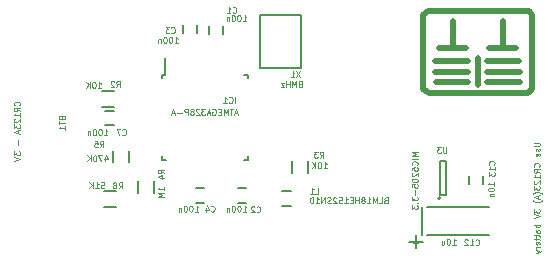
<source format=gbo>
G04 #@! TF.FileFunction,Legend,Bot*
%FSLAX46Y46*%
G04 Gerber Fmt 4.6, Leading zero omitted, Abs format (unit mm)*
G04 Created by KiCad (PCBNEW 4.0.4+e1-6308~48~ubuntu16.04.1-stable) date Thu Sep 15 14:49:55 2016*
%MOMM*%
%LPD*%
G01*
G04 APERTURE LIST*
%ADD10C,0.100000*%
%ADD11C,0.125000*%
%ADD12C,0.150000*%
%ADD13C,0.500000*%
%ADD14C,2.200000*%
%ADD15R,2.540000X2.540000*%
%ADD16C,2.540000*%
%ADD17R,0.750000X1.200000*%
%ADD18R,1.200000X0.750000*%
%ADD19R,0.550000X1.600000*%
%ADD20R,1.600000X0.550000*%
%ADD21R,1.200000X0.900000*%
%ADD22R,0.900000X1.200000*%
%ADD23R,3.000000X0.800000*%
%ADD24C,1.998980*%
%ADD25R,1.727200X1.727200*%
%ADD26O,1.727200X1.727200*%
%ADD27R,2.148840X1.501140*%
%ADD28R,1.060000X0.650000*%
%ADD29R,1.350000X1.350000*%
%ADD30C,1.350000*%
%ADD31R,1.727200X2.032000*%
%ADD32O,1.727200X2.032000*%
G04 APERTURE END LIST*
D10*
D11*
X145204690Y-89527646D02*
X145609452Y-89527646D01*
X145657071Y-89551455D01*
X145680881Y-89575265D01*
X145704690Y-89622884D01*
X145704690Y-89718122D01*
X145680881Y-89765741D01*
X145657071Y-89789550D01*
X145609452Y-89813360D01*
X145204690Y-89813360D01*
X145680881Y-90027646D02*
X145704690Y-90075265D01*
X145704690Y-90170503D01*
X145680881Y-90218122D01*
X145633262Y-90241932D01*
X145609452Y-90241932D01*
X145561833Y-90218122D01*
X145538024Y-90170503D01*
X145538024Y-90099075D01*
X145514214Y-90051456D01*
X145466595Y-90027646D01*
X145442786Y-90027646D01*
X145395167Y-90051456D01*
X145371357Y-90099075D01*
X145371357Y-90170503D01*
X145395167Y-90218122D01*
X145680881Y-90646694D02*
X145704690Y-90599075D01*
X145704690Y-90503837D01*
X145680881Y-90456218D01*
X145633262Y-90432408D01*
X145442786Y-90432408D01*
X145395167Y-90456218D01*
X145371357Y-90503837D01*
X145371357Y-90599075D01*
X145395167Y-90646694D01*
X145442786Y-90670503D01*
X145490405Y-90670503D01*
X145538024Y-90432408D01*
X145657071Y-91551455D02*
X145680881Y-91527645D01*
X145704690Y-91456217D01*
X145704690Y-91408598D01*
X145680881Y-91337169D01*
X145633262Y-91289550D01*
X145585643Y-91265741D01*
X145490405Y-91241931D01*
X145418976Y-91241931D01*
X145323738Y-91265741D01*
X145276119Y-91289550D01*
X145228500Y-91337169D01*
X145204690Y-91408598D01*
X145204690Y-91456217D01*
X145228500Y-91527645D01*
X145252310Y-91551455D01*
X145704690Y-92051455D02*
X145466595Y-91884788D01*
X145704690Y-91765741D02*
X145204690Y-91765741D01*
X145204690Y-91956217D01*
X145228500Y-92003836D01*
X145252310Y-92027645D01*
X145299929Y-92051455D01*
X145371357Y-92051455D01*
X145418976Y-92027645D01*
X145442786Y-92003836D01*
X145466595Y-91956217D01*
X145466595Y-91765741D01*
X145704690Y-92527645D02*
X145704690Y-92241931D01*
X145704690Y-92384788D02*
X145204690Y-92384788D01*
X145276119Y-92337169D01*
X145323738Y-92289550D01*
X145347548Y-92241931D01*
X145252310Y-92718121D02*
X145228500Y-92741931D01*
X145204690Y-92789550D01*
X145204690Y-92908597D01*
X145228500Y-92956216D01*
X145252310Y-92980026D01*
X145299929Y-93003835D01*
X145347548Y-93003835D01*
X145418976Y-92980026D01*
X145704690Y-92694312D01*
X145704690Y-93003835D01*
X145204690Y-93170502D02*
X145204690Y-93480025D01*
X145395167Y-93313359D01*
X145395167Y-93384787D01*
X145418976Y-93432406D01*
X145442786Y-93456216D01*
X145490405Y-93480025D01*
X145609452Y-93480025D01*
X145657071Y-93456216D01*
X145680881Y-93432406D01*
X145704690Y-93384787D01*
X145704690Y-93241930D01*
X145680881Y-93194311D01*
X145657071Y-93170502D01*
X145895167Y-93837168D02*
X145871357Y-93813358D01*
X145799929Y-93765739D01*
X145752310Y-93741930D01*
X145680881Y-93718120D01*
X145561833Y-93694311D01*
X145466595Y-93694311D01*
X145347548Y-93718120D01*
X145276119Y-93741930D01*
X145228500Y-93765739D01*
X145157071Y-93813358D01*
X145133262Y-93837168D01*
X145561833Y-94003834D02*
X145561833Y-94241929D01*
X145704690Y-93956215D02*
X145204690Y-94122882D01*
X145704690Y-94289548D01*
X145895167Y-94408596D02*
X145871357Y-94432405D01*
X145799929Y-94480024D01*
X145752310Y-94503834D01*
X145680881Y-94527643D01*
X145561833Y-94551453D01*
X145466595Y-94551453D01*
X145347548Y-94527643D01*
X145276119Y-94503834D01*
X145228500Y-94480024D01*
X145157071Y-94432405D01*
X145133262Y-94408596D01*
X145204690Y-95122881D02*
X145204690Y-95432404D01*
X145395167Y-95265738D01*
X145395167Y-95337166D01*
X145418976Y-95384785D01*
X145442786Y-95408595D01*
X145490405Y-95432404D01*
X145609452Y-95432404D01*
X145657071Y-95408595D01*
X145680881Y-95384785D01*
X145704690Y-95337166D01*
X145704690Y-95194309D01*
X145680881Y-95146690D01*
X145657071Y-95122881D01*
X145204690Y-95575261D02*
X145704690Y-95741928D01*
X145204690Y-95908594D01*
X145704690Y-96456213D02*
X145204690Y-96456213D01*
X145395167Y-96456213D02*
X145371357Y-96503832D01*
X145371357Y-96599070D01*
X145395167Y-96646689D01*
X145418976Y-96670498D01*
X145466595Y-96694308D01*
X145609452Y-96694308D01*
X145657071Y-96670498D01*
X145680881Y-96646689D01*
X145704690Y-96599070D01*
X145704690Y-96503832D01*
X145680881Y-96456213D01*
X145704690Y-97122879D02*
X145442786Y-97122879D01*
X145395167Y-97099070D01*
X145371357Y-97051451D01*
X145371357Y-96956213D01*
X145395167Y-96908594D01*
X145680881Y-97122879D02*
X145704690Y-97075260D01*
X145704690Y-96956213D01*
X145680881Y-96908594D01*
X145633262Y-96884784D01*
X145585643Y-96884784D01*
X145538024Y-96908594D01*
X145514214Y-96956213D01*
X145514214Y-97075260D01*
X145490405Y-97122879D01*
X145371357Y-97289546D02*
X145371357Y-97480022D01*
X145204690Y-97360975D02*
X145633262Y-97360975D01*
X145680881Y-97384784D01*
X145704690Y-97432403D01*
X145704690Y-97480022D01*
X145371357Y-97575260D02*
X145371357Y-97765736D01*
X145204690Y-97646689D02*
X145633262Y-97646689D01*
X145680881Y-97670498D01*
X145704690Y-97718117D01*
X145704690Y-97765736D01*
X145680881Y-98122879D02*
X145704690Y-98075260D01*
X145704690Y-97980022D01*
X145680881Y-97932403D01*
X145633262Y-97908593D01*
X145442786Y-97908593D01*
X145395167Y-97932403D01*
X145371357Y-97980022D01*
X145371357Y-98075260D01*
X145395167Y-98122879D01*
X145442786Y-98146688D01*
X145490405Y-98146688D01*
X145538024Y-97908593D01*
X145704690Y-98360974D02*
X145371357Y-98360974D01*
X145466595Y-98360974D02*
X145418976Y-98384783D01*
X145395167Y-98408593D01*
X145371357Y-98456212D01*
X145371357Y-98503831D01*
X145371357Y-98622879D02*
X145704690Y-98741926D01*
X145371357Y-98860974D02*
X145704690Y-98741926D01*
X145823738Y-98694307D01*
X145847548Y-98670498D01*
X145871357Y-98622879D01*
D12*
X118900500Y-80296500D02*
X118900500Y-79596500D01*
X117700500Y-79596500D02*
X117700500Y-80296500D01*
X120873000Y-93380000D02*
X120173000Y-93380000D01*
X120173000Y-94580000D02*
X120873000Y-94580000D01*
X115478000Y-79533000D02*
X115478000Y-80233000D01*
X116678000Y-80233000D02*
X116678000Y-79533000D01*
X116614500Y-94580000D02*
X117314500Y-94580000D01*
X117314500Y-93380000D02*
X116614500Y-93380000D01*
X108933500Y-88039500D02*
X109633500Y-88039500D01*
X109633500Y-86839500D02*
X108933500Y-86839500D01*
X113723000Y-83751000D02*
X113948000Y-83751000D01*
X113723000Y-91001000D02*
X114048000Y-91001000D01*
X120973000Y-91001000D02*
X120648000Y-91001000D01*
X120973000Y-83751000D02*
X120648000Y-83751000D01*
X113723000Y-83751000D02*
X113723000Y-84076000D01*
X120973000Y-83751000D02*
X120973000Y-84076000D01*
X120973000Y-91001000D02*
X120973000Y-90676000D01*
X113723000Y-91001000D02*
X113723000Y-90676000D01*
X113948000Y-83751000D02*
X113948000Y-82326000D01*
X124619500Y-93634000D02*
X123919500Y-93634000D01*
X123919500Y-94834000D02*
X124619500Y-94834000D01*
X109656500Y-85113500D02*
X108656500Y-85113500D01*
X108656500Y-86463500D02*
X109656500Y-86463500D01*
X126087500Y-92046500D02*
X126087500Y-91046500D01*
X124737500Y-91046500D02*
X124737500Y-92046500D01*
X113070000Y-93781500D02*
X113070000Y-92781500D01*
X111720000Y-92781500D02*
X111720000Y-93781500D01*
X110911000Y-91178000D02*
X110911000Y-90178000D01*
X109561000Y-90178000D02*
X109561000Y-91178000D01*
X122062215Y-83212500D02*
X125461500Y-83212500D01*
X125461500Y-83212500D02*
X125461500Y-78712500D01*
X125461500Y-78712500D02*
X122061500Y-78712500D01*
X122061500Y-78712500D02*
X122061500Y-83210400D01*
X136210040Y-94940120D02*
X141411960Y-94940120D01*
X141411960Y-97337880D02*
X136210040Y-97337880D01*
X135211820Y-98437700D02*
X135211820Y-97337880D01*
X134612380Y-97937320D02*
X135811260Y-97937320D01*
X135714740Y-97337880D02*
X135714740Y-94940120D01*
X139735000Y-92296500D02*
X139735000Y-92996500D01*
X140935000Y-92996500D02*
X140935000Y-92296500D01*
X137298000Y-94217000D02*
G75*
G03X137298000Y-94217000I-100000J0D01*
G01*
X137748000Y-93967000D02*
X137248000Y-93967000D01*
X137748000Y-91067000D02*
X137748000Y-93967000D01*
X137248000Y-91067000D02*
X137748000Y-91067000D01*
X137248000Y-93967000D02*
X137248000Y-91067000D01*
X109847000Y-93622500D02*
X108847000Y-93622500D01*
X108847000Y-94972500D02*
X109847000Y-94972500D01*
X139674600Y-84353400D02*
X139674600Y-84353400D01*
D13*
X136906000Y-84353400D02*
X139674600Y-84353400D01*
X135864600Y-84963000D02*
X136296400Y-85318600D01*
X136296400Y-85318600D02*
X144653000Y-85318600D01*
X135864600Y-78816200D02*
X135864600Y-84937600D01*
X136220200Y-78384400D02*
X135864600Y-78740000D01*
X144780000Y-78384400D02*
X136220200Y-78384400D01*
X145084800Y-78689200D02*
X144780000Y-78384400D01*
X145084800Y-84937600D02*
X145084800Y-78689200D01*
X144703800Y-85318600D02*
X145084800Y-84937600D01*
X136880600Y-83489800D02*
X139649200Y-83489800D01*
X136855200Y-82626200D02*
X139623800Y-82626200D01*
X141274800Y-84353400D02*
X144043400Y-84353400D01*
X141249400Y-83489800D02*
X144018000Y-83489800D01*
X141224000Y-82626200D02*
X143992600Y-82626200D01*
D12*
X144043400Y-84353400D02*
X144043400Y-84353400D01*
D13*
X140462000Y-82321400D02*
X140462000Y-84590000D01*
X139479400Y-81457800D02*
X137210800Y-81457800D01*
X138328400Y-81457800D02*
X138328400Y-79189200D01*
X142570200Y-81457800D02*
X142570200Y-79189200D01*
X143721200Y-81457800D02*
X141452600Y-81457800D01*
D11*
X105247286Y-87427643D02*
X105271095Y-87499072D01*
X105294905Y-87522881D01*
X105342524Y-87546691D01*
X105413952Y-87546691D01*
X105461571Y-87522881D01*
X105485381Y-87499072D01*
X105509190Y-87451453D01*
X105509190Y-87260977D01*
X105009190Y-87260977D01*
X105009190Y-87427643D01*
X105033000Y-87475262D01*
X105056810Y-87499072D01*
X105104429Y-87522881D01*
X105152048Y-87522881D01*
X105199667Y-87499072D01*
X105223476Y-87475262D01*
X105247286Y-87427643D01*
X105247286Y-87260977D01*
X105009190Y-87689548D02*
X105009190Y-87975262D01*
X105509190Y-87832405D02*
X105009190Y-87832405D01*
X105509190Y-88403833D02*
X105509190Y-88118119D01*
X105509190Y-88260976D02*
X105009190Y-88260976D01*
X105080619Y-88213357D01*
X105128238Y-88165738D01*
X105152048Y-88118119D01*
X101651571Y-86352335D02*
X101675381Y-86328525D01*
X101699190Y-86257097D01*
X101699190Y-86209478D01*
X101675381Y-86138049D01*
X101627762Y-86090430D01*
X101580143Y-86066621D01*
X101484905Y-86042811D01*
X101413476Y-86042811D01*
X101318238Y-86066621D01*
X101270619Y-86090430D01*
X101223000Y-86138049D01*
X101199190Y-86209478D01*
X101199190Y-86257097D01*
X101223000Y-86328525D01*
X101246810Y-86352335D01*
X101699190Y-86852335D02*
X101461095Y-86685668D01*
X101699190Y-86566621D02*
X101199190Y-86566621D01*
X101199190Y-86757097D01*
X101223000Y-86804716D01*
X101246810Y-86828525D01*
X101294429Y-86852335D01*
X101365857Y-86852335D01*
X101413476Y-86828525D01*
X101437286Y-86804716D01*
X101461095Y-86757097D01*
X101461095Y-86566621D01*
X101699190Y-87328525D02*
X101699190Y-87042811D01*
X101699190Y-87185668D02*
X101199190Y-87185668D01*
X101270619Y-87138049D01*
X101318238Y-87090430D01*
X101342048Y-87042811D01*
X101246810Y-87519001D02*
X101223000Y-87542811D01*
X101199190Y-87590430D01*
X101199190Y-87709477D01*
X101223000Y-87757096D01*
X101246810Y-87780906D01*
X101294429Y-87804715D01*
X101342048Y-87804715D01*
X101413476Y-87780906D01*
X101699190Y-87495192D01*
X101699190Y-87804715D01*
X101199190Y-87971382D02*
X101199190Y-88280905D01*
X101389667Y-88114239D01*
X101389667Y-88185667D01*
X101413476Y-88233286D01*
X101437286Y-88257096D01*
X101484905Y-88280905D01*
X101603952Y-88280905D01*
X101651571Y-88257096D01*
X101675381Y-88233286D01*
X101699190Y-88185667D01*
X101699190Y-88042810D01*
X101675381Y-87995191D01*
X101651571Y-87971382D01*
X101556333Y-88471381D02*
X101556333Y-88709476D01*
X101699190Y-88423762D02*
X101199190Y-88590429D01*
X101699190Y-88757095D01*
X101508714Y-89304714D02*
X101508714Y-89685666D01*
X101199190Y-90257095D02*
X101199190Y-90566618D01*
X101389667Y-90399952D01*
X101389667Y-90471380D01*
X101413476Y-90518999D01*
X101437286Y-90542809D01*
X101484905Y-90566618D01*
X101603952Y-90566618D01*
X101651571Y-90542809D01*
X101675381Y-90518999D01*
X101699190Y-90471380D01*
X101699190Y-90328523D01*
X101675381Y-90280904D01*
X101651571Y-90257095D01*
X101199190Y-90709475D02*
X101699190Y-90876142D01*
X101199190Y-91042808D01*
X119717333Y-78474071D02*
X119741143Y-78497881D01*
X119812571Y-78521690D01*
X119860190Y-78521690D01*
X119931619Y-78497881D01*
X119979238Y-78450262D01*
X120003047Y-78402643D01*
X120026857Y-78307405D01*
X120026857Y-78235976D01*
X120003047Y-78140738D01*
X119979238Y-78093119D01*
X119931619Y-78045500D01*
X119860190Y-78021690D01*
X119812571Y-78021690D01*
X119741143Y-78045500D01*
X119717333Y-78069310D01*
X119241143Y-78521690D02*
X119526857Y-78521690D01*
X119384000Y-78521690D02*
X119384000Y-78021690D01*
X119431619Y-78093119D01*
X119479238Y-78140738D01*
X119526857Y-78164548D01*
X120574523Y-79220190D02*
X120860237Y-79220190D01*
X120717380Y-79220190D02*
X120717380Y-78720190D01*
X120764999Y-78791619D01*
X120812618Y-78839238D01*
X120860237Y-78863048D01*
X120264999Y-78720190D02*
X120217380Y-78720190D01*
X120169761Y-78744000D01*
X120145952Y-78767810D01*
X120122142Y-78815429D01*
X120098333Y-78910667D01*
X120098333Y-79029714D01*
X120122142Y-79124952D01*
X120145952Y-79172571D01*
X120169761Y-79196381D01*
X120217380Y-79220190D01*
X120264999Y-79220190D01*
X120312618Y-79196381D01*
X120336428Y-79172571D01*
X120360237Y-79124952D01*
X120384047Y-79029714D01*
X120384047Y-78910667D01*
X120360237Y-78815429D01*
X120336428Y-78767810D01*
X120312618Y-78744000D01*
X120264999Y-78720190D01*
X119788809Y-78720190D02*
X119741190Y-78720190D01*
X119693571Y-78744000D01*
X119669762Y-78767810D01*
X119645952Y-78815429D01*
X119622143Y-78910667D01*
X119622143Y-79029714D01*
X119645952Y-79124952D01*
X119669762Y-79172571D01*
X119693571Y-79196381D01*
X119741190Y-79220190D01*
X119788809Y-79220190D01*
X119836428Y-79196381D01*
X119860238Y-79172571D01*
X119884047Y-79124952D01*
X119907857Y-79029714D01*
X119907857Y-78910667D01*
X119884047Y-78815429D01*
X119860238Y-78767810D01*
X119836428Y-78744000D01*
X119788809Y-78720190D01*
X119407857Y-78886857D02*
X119407857Y-79220190D01*
X119407857Y-78934476D02*
X119384048Y-78910667D01*
X119336429Y-78886857D01*
X119265000Y-78886857D01*
X119217381Y-78910667D01*
X119193572Y-78958286D01*
X119193572Y-79220190D01*
X121751833Y-95365071D02*
X121775643Y-95388881D01*
X121847071Y-95412690D01*
X121894690Y-95412690D01*
X121966119Y-95388881D01*
X122013738Y-95341262D01*
X122037547Y-95293643D01*
X122061357Y-95198405D01*
X122061357Y-95126976D01*
X122037547Y-95031738D01*
X122013738Y-94984119D01*
X121966119Y-94936500D01*
X121894690Y-94912690D01*
X121847071Y-94912690D01*
X121775643Y-94936500D01*
X121751833Y-94960310D01*
X121561357Y-94960310D02*
X121537547Y-94936500D01*
X121489928Y-94912690D01*
X121370881Y-94912690D01*
X121323262Y-94936500D01*
X121299452Y-94960310D01*
X121275643Y-95007929D01*
X121275643Y-95055548D01*
X121299452Y-95126976D01*
X121585166Y-95412690D01*
X121275643Y-95412690D01*
X120577023Y-95349190D02*
X120862737Y-95349190D01*
X120719880Y-95349190D02*
X120719880Y-94849190D01*
X120767499Y-94920619D01*
X120815118Y-94968238D01*
X120862737Y-94992048D01*
X120267499Y-94849190D02*
X120219880Y-94849190D01*
X120172261Y-94873000D01*
X120148452Y-94896810D01*
X120124642Y-94944429D01*
X120100833Y-95039667D01*
X120100833Y-95158714D01*
X120124642Y-95253952D01*
X120148452Y-95301571D01*
X120172261Y-95325381D01*
X120219880Y-95349190D01*
X120267499Y-95349190D01*
X120315118Y-95325381D01*
X120338928Y-95301571D01*
X120362737Y-95253952D01*
X120386547Y-95158714D01*
X120386547Y-95039667D01*
X120362737Y-94944429D01*
X120338928Y-94896810D01*
X120315118Y-94873000D01*
X120267499Y-94849190D01*
X119791309Y-94849190D02*
X119743690Y-94849190D01*
X119696071Y-94873000D01*
X119672262Y-94896810D01*
X119648452Y-94944429D01*
X119624643Y-95039667D01*
X119624643Y-95158714D01*
X119648452Y-95253952D01*
X119672262Y-95301571D01*
X119696071Y-95325381D01*
X119743690Y-95349190D01*
X119791309Y-95349190D01*
X119838928Y-95325381D01*
X119862738Y-95301571D01*
X119886547Y-95253952D01*
X119910357Y-95158714D01*
X119910357Y-95039667D01*
X119886547Y-94944429D01*
X119862738Y-94896810D01*
X119838928Y-94873000D01*
X119791309Y-94849190D01*
X119410357Y-95015857D02*
X119410357Y-95349190D01*
X119410357Y-95063476D02*
X119386548Y-95039667D01*
X119338929Y-95015857D01*
X119267500Y-95015857D01*
X119219881Y-95039667D01*
X119196072Y-95087286D01*
X119196072Y-95349190D01*
X114510333Y-80188571D02*
X114534143Y-80212381D01*
X114605571Y-80236190D01*
X114653190Y-80236190D01*
X114724619Y-80212381D01*
X114772238Y-80164762D01*
X114796047Y-80117143D01*
X114819857Y-80021905D01*
X114819857Y-79950476D01*
X114796047Y-79855238D01*
X114772238Y-79807619D01*
X114724619Y-79760000D01*
X114653190Y-79736190D01*
X114605571Y-79736190D01*
X114534143Y-79760000D01*
X114510333Y-79783810D01*
X114343666Y-79736190D02*
X114034143Y-79736190D01*
X114200809Y-79926667D01*
X114129381Y-79926667D01*
X114081762Y-79950476D01*
X114057952Y-79974286D01*
X114034143Y-80021905D01*
X114034143Y-80140952D01*
X114057952Y-80188571D01*
X114081762Y-80212381D01*
X114129381Y-80236190D01*
X114272238Y-80236190D01*
X114319857Y-80212381D01*
X114343666Y-80188571D01*
X114796023Y-81061690D02*
X115081737Y-81061690D01*
X114938880Y-81061690D02*
X114938880Y-80561690D01*
X114986499Y-80633119D01*
X115034118Y-80680738D01*
X115081737Y-80704548D01*
X114486499Y-80561690D02*
X114438880Y-80561690D01*
X114391261Y-80585500D01*
X114367452Y-80609310D01*
X114343642Y-80656929D01*
X114319833Y-80752167D01*
X114319833Y-80871214D01*
X114343642Y-80966452D01*
X114367452Y-81014071D01*
X114391261Y-81037881D01*
X114438880Y-81061690D01*
X114486499Y-81061690D01*
X114534118Y-81037881D01*
X114557928Y-81014071D01*
X114581737Y-80966452D01*
X114605547Y-80871214D01*
X114605547Y-80752167D01*
X114581737Y-80656929D01*
X114557928Y-80609310D01*
X114534118Y-80585500D01*
X114486499Y-80561690D01*
X114010309Y-80561690D02*
X113962690Y-80561690D01*
X113915071Y-80585500D01*
X113891262Y-80609310D01*
X113867452Y-80656929D01*
X113843643Y-80752167D01*
X113843643Y-80871214D01*
X113867452Y-80966452D01*
X113891262Y-81014071D01*
X113915071Y-81037881D01*
X113962690Y-81061690D01*
X114010309Y-81061690D01*
X114057928Y-81037881D01*
X114081738Y-81014071D01*
X114105547Y-80966452D01*
X114129357Y-80871214D01*
X114129357Y-80752167D01*
X114105547Y-80656929D01*
X114081738Y-80609310D01*
X114057928Y-80585500D01*
X114010309Y-80561690D01*
X113629357Y-80728357D02*
X113629357Y-81061690D01*
X113629357Y-80775976D02*
X113605548Y-80752167D01*
X113557929Y-80728357D01*
X113486500Y-80728357D01*
X113438881Y-80752167D01*
X113415072Y-80799786D01*
X113415072Y-81061690D01*
X117875833Y-95301571D02*
X117899643Y-95325381D01*
X117971071Y-95349190D01*
X118018690Y-95349190D01*
X118090119Y-95325381D01*
X118137738Y-95277762D01*
X118161547Y-95230143D01*
X118185357Y-95134905D01*
X118185357Y-95063476D01*
X118161547Y-94968238D01*
X118137738Y-94920619D01*
X118090119Y-94873000D01*
X118018690Y-94849190D01*
X117971071Y-94849190D01*
X117899643Y-94873000D01*
X117875833Y-94896810D01*
X117447262Y-95015857D02*
X117447262Y-95349190D01*
X117566309Y-94825381D02*
X117685357Y-95182524D01*
X117375833Y-95182524D01*
X116510523Y-95349190D02*
X116796237Y-95349190D01*
X116653380Y-95349190D02*
X116653380Y-94849190D01*
X116700999Y-94920619D01*
X116748618Y-94968238D01*
X116796237Y-94992048D01*
X116200999Y-94849190D02*
X116153380Y-94849190D01*
X116105761Y-94873000D01*
X116081952Y-94896810D01*
X116058142Y-94944429D01*
X116034333Y-95039667D01*
X116034333Y-95158714D01*
X116058142Y-95253952D01*
X116081952Y-95301571D01*
X116105761Y-95325381D01*
X116153380Y-95349190D01*
X116200999Y-95349190D01*
X116248618Y-95325381D01*
X116272428Y-95301571D01*
X116296237Y-95253952D01*
X116320047Y-95158714D01*
X116320047Y-95039667D01*
X116296237Y-94944429D01*
X116272428Y-94896810D01*
X116248618Y-94873000D01*
X116200999Y-94849190D01*
X115724809Y-94849190D02*
X115677190Y-94849190D01*
X115629571Y-94873000D01*
X115605762Y-94896810D01*
X115581952Y-94944429D01*
X115558143Y-95039667D01*
X115558143Y-95158714D01*
X115581952Y-95253952D01*
X115605762Y-95301571D01*
X115629571Y-95325381D01*
X115677190Y-95349190D01*
X115724809Y-95349190D01*
X115772428Y-95325381D01*
X115796238Y-95301571D01*
X115820047Y-95253952D01*
X115843857Y-95158714D01*
X115843857Y-95039667D01*
X115820047Y-94944429D01*
X115796238Y-94896810D01*
X115772428Y-94873000D01*
X115724809Y-94849190D01*
X115343857Y-95015857D02*
X115343857Y-95349190D01*
X115343857Y-95063476D02*
X115320048Y-95039667D01*
X115272429Y-95015857D01*
X115201000Y-95015857D01*
X115153381Y-95039667D01*
X115129572Y-95087286D01*
X115129572Y-95349190D01*
X110382833Y-88824571D02*
X110406643Y-88848381D01*
X110478071Y-88872190D01*
X110525690Y-88872190D01*
X110597119Y-88848381D01*
X110644738Y-88800762D01*
X110668547Y-88753143D01*
X110692357Y-88657905D01*
X110692357Y-88586476D01*
X110668547Y-88491238D01*
X110644738Y-88443619D01*
X110597119Y-88396000D01*
X110525690Y-88372190D01*
X110478071Y-88372190D01*
X110406643Y-88396000D01*
X110382833Y-88419810D01*
X110216166Y-88372190D02*
X109882833Y-88372190D01*
X110097119Y-88872190D01*
X108827023Y-88872190D02*
X109112737Y-88872190D01*
X108969880Y-88872190D02*
X108969880Y-88372190D01*
X109017499Y-88443619D01*
X109065118Y-88491238D01*
X109112737Y-88515048D01*
X108517499Y-88372190D02*
X108469880Y-88372190D01*
X108422261Y-88396000D01*
X108398452Y-88419810D01*
X108374642Y-88467429D01*
X108350833Y-88562667D01*
X108350833Y-88681714D01*
X108374642Y-88776952D01*
X108398452Y-88824571D01*
X108422261Y-88848381D01*
X108469880Y-88872190D01*
X108517499Y-88872190D01*
X108565118Y-88848381D01*
X108588928Y-88824571D01*
X108612737Y-88776952D01*
X108636547Y-88681714D01*
X108636547Y-88562667D01*
X108612737Y-88467429D01*
X108588928Y-88419810D01*
X108565118Y-88396000D01*
X108517499Y-88372190D01*
X108041309Y-88372190D02*
X107993690Y-88372190D01*
X107946071Y-88396000D01*
X107922262Y-88419810D01*
X107898452Y-88467429D01*
X107874643Y-88562667D01*
X107874643Y-88681714D01*
X107898452Y-88776952D01*
X107922262Y-88824571D01*
X107946071Y-88848381D01*
X107993690Y-88872190D01*
X108041309Y-88872190D01*
X108088928Y-88848381D01*
X108112738Y-88824571D01*
X108136547Y-88776952D01*
X108160357Y-88681714D01*
X108160357Y-88562667D01*
X108136547Y-88467429D01*
X108112738Y-88419810D01*
X108088928Y-88396000D01*
X108041309Y-88372190D01*
X107660357Y-88538857D02*
X107660357Y-88872190D01*
X107660357Y-88586476D02*
X107636548Y-88562667D01*
X107588929Y-88538857D01*
X107517500Y-88538857D01*
X107469881Y-88562667D01*
X107446072Y-88610286D01*
X107446072Y-88872190D01*
X120121808Y-87014833D02*
X119883713Y-87014833D01*
X120169427Y-87157690D02*
X120002760Y-86657690D01*
X119836094Y-87157690D01*
X119740856Y-86657690D02*
X119455142Y-86657690D01*
X119597999Y-87157690D02*
X119597999Y-86657690D01*
X119288475Y-87157690D02*
X119288475Y-86657690D01*
X119121809Y-87014833D01*
X118955142Y-86657690D01*
X118955142Y-87157690D01*
X118717046Y-86895786D02*
X118550380Y-86895786D01*
X118478951Y-87157690D02*
X118717046Y-87157690D01*
X118717046Y-86657690D01*
X118478951Y-86657690D01*
X118002761Y-86681500D02*
X118050380Y-86657690D01*
X118121808Y-86657690D01*
X118193237Y-86681500D01*
X118240856Y-86729119D01*
X118264665Y-86776738D01*
X118288475Y-86871976D01*
X118288475Y-86943405D01*
X118264665Y-87038643D01*
X118240856Y-87086262D01*
X118193237Y-87133881D01*
X118121808Y-87157690D01*
X118074189Y-87157690D01*
X118002761Y-87133881D01*
X117978951Y-87110071D01*
X117978951Y-86943405D01*
X118074189Y-86943405D01*
X117788475Y-87014833D02*
X117550380Y-87014833D01*
X117836094Y-87157690D02*
X117669427Y-86657690D01*
X117502761Y-87157690D01*
X117383713Y-86657690D02*
X117074190Y-86657690D01*
X117240856Y-86848167D01*
X117169428Y-86848167D01*
X117121809Y-86871976D01*
X117097999Y-86895786D01*
X117074190Y-86943405D01*
X117074190Y-87062452D01*
X117097999Y-87110071D01*
X117121809Y-87133881D01*
X117169428Y-87157690D01*
X117312285Y-87157690D01*
X117359904Y-87133881D01*
X117383713Y-87110071D01*
X116883714Y-86705310D02*
X116859904Y-86681500D01*
X116812285Y-86657690D01*
X116693238Y-86657690D01*
X116645619Y-86681500D01*
X116621809Y-86705310D01*
X116598000Y-86752929D01*
X116598000Y-86800548D01*
X116621809Y-86871976D01*
X116907523Y-87157690D01*
X116598000Y-87157690D01*
X116312286Y-86871976D02*
X116359905Y-86848167D01*
X116383714Y-86824357D01*
X116407524Y-86776738D01*
X116407524Y-86752929D01*
X116383714Y-86705310D01*
X116359905Y-86681500D01*
X116312286Y-86657690D01*
X116217048Y-86657690D01*
X116169429Y-86681500D01*
X116145619Y-86705310D01*
X116121810Y-86752929D01*
X116121810Y-86776738D01*
X116145619Y-86824357D01*
X116169429Y-86848167D01*
X116217048Y-86871976D01*
X116312286Y-86871976D01*
X116359905Y-86895786D01*
X116383714Y-86919595D01*
X116407524Y-86967214D01*
X116407524Y-87062452D01*
X116383714Y-87110071D01*
X116359905Y-87133881D01*
X116312286Y-87157690D01*
X116217048Y-87157690D01*
X116169429Y-87133881D01*
X116145619Y-87110071D01*
X116121810Y-87062452D01*
X116121810Y-86967214D01*
X116145619Y-86919595D01*
X116169429Y-86895786D01*
X116217048Y-86871976D01*
X115907524Y-87157690D02*
X115907524Y-86657690D01*
X115717048Y-86657690D01*
X115669429Y-86681500D01*
X115645620Y-86705310D01*
X115621810Y-86752929D01*
X115621810Y-86824357D01*
X115645620Y-86871976D01*
X115669429Y-86895786D01*
X115717048Y-86919595D01*
X115907524Y-86919595D01*
X115407524Y-86967214D02*
X115026572Y-86967214D01*
X114812286Y-87014833D02*
X114574191Y-87014833D01*
X114859905Y-87157690D02*
X114693238Y-86657690D01*
X114526572Y-87157690D01*
X119931594Y-86141690D02*
X119931594Y-85641690D01*
X119407785Y-86094071D02*
X119431595Y-86117881D01*
X119503023Y-86141690D01*
X119550642Y-86141690D01*
X119622071Y-86117881D01*
X119669690Y-86070262D01*
X119693499Y-86022643D01*
X119717309Y-85927405D01*
X119717309Y-85855976D01*
X119693499Y-85760738D01*
X119669690Y-85713119D01*
X119622071Y-85665500D01*
X119550642Y-85641690D01*
X119503023Y-85641690D01*
X119431595Y-85665500D01*
X119407785Y-85689310D01*
X118931595Y-86141690D02*
X119217309Y-86141690D01*
X119074452Y-86141690D02*
X119074452Y-85641690D01*
X119122071Y-85713119D01*
X119169690Y-85760738D01*
X119217309Y-85784548D01*
X126702333Y-93825190D02*
X126940428Y-93825190D01*
X126940428Y-93325190D01*
X126273762Y-93825190D02*
X126559476Y-93825190D01*
X126416619Y-93825190D02*
X126416619Y-93325190D01*
X126464238Y-93396619D01*
X126511857Y-93444238D01*
X126559476Y-93468048D01*
X132659047Y-94388786D02*
X132587618Y-94412595D01*
X132563809Y-94436405D01*
X132539999Y-94484024D01*
X132539999Y-94555452D01*
X132563809Y-94603071D01*
X132587618Y-94626881D01*
X132635237Y-94650690D01*
X132825713Y-94650690D01*
X132825713Y-94150690D01*
X132659047Y-94150690D01*
X132611428Y-94174500D01*
X132587618Y-94198310D01*
X132563809Y-94245929D01*
X132563809Y-94293548D01*
X132587618Y-94341167D01*
X132611428Y-94364976D01*
X132659047Y-94388786D01*
X132825713Y-94388786D01*
X132087618Y-94650690D02*
X132325713Y-94650690D01*
X132325713Y-94150690D01*
X131920951Y-94650690D02*
X131920951Y-94150690D01*
X131754285Y-94507833D01*
X131587618Y-94150690D01*
X131587618Y-94650690D01*
X131087618Y-94650690D02*
X131373332Y-94650690D01*
X131230475Y-94650690D02*
X131230475Y-94150690D01*
X131278094Y-94222119D01*
X131325713Y-94269738D01*
X131373332Y-94293548D01*
X130801904Y-94364976D02*
X130849523Y-94341167D01*
X130873332Y-94317357D01*
X130897142Y-94269738D01*
X130897142Y-94245929D01*
X130873332Y-94198310D01*
X130849523Y-94174500D01*
X130801904Y-94150690D01*
X130706666Y-94150690D01*
X130659047Y-94174500D01*
X130635237Y-94198310D01*
X130611428Y-94245929D01*
X130611428Y-94269738D01*
X130635237Y-94317357D01*
X130659047Y-94341167D01*
X130706666Y-94364976D01*
X130801904Y-94364976D01*
X130849523Y-94388786D01*
X130873332Y-94412595D01*
X130897142Y-94460214D01*
X130897142Y-94555452D01*
X130873332Y-94603071D01*
X130849523Y-94626881D01*
X130801904Y-94650690D01*
X130706666Y-94650690D01*
X130659047Y-94626881D01*
X130635237Y-94603071D01*
X130611428Y-94555452D01*
X130611428Y-94460214D01*
X130635237Y-94412595D01*
X130659047Y-94388786D01*
X130706666Y-94364976D01*
X130397142Y-94650690D02*
X130397142Y-94150690D01*
X130397142Y-94388786D02*
X130111428Y-94388786D01*
X130111428Y-94650690D02*
X130111428Y-94150690D01*
X129873332Y-94388786D02*
X129706666Y-94388786D01*
X129635237Y-94650690D02*
X129873332Y-94650690D01*
X129873332Y-94150690D01*
X129635237Y-94150690D01*
X129159047Y-94650690D02*
X129444761Y-94650690D01*
X129301904Y-94650690D02*
X129301904Y-94150690D01*
X129349523Y-94222119D01*
X129397142Y-94269738D01*
X129444761Y-94293548D01*
X128706666Y-94150690D02*
X128944761Y-94150690D01*
X128968571Y-94388786D01*
X128944761Y-94364976D01*
X128897142Y-94341167D01*
X128778095Y-94341167D01*
X128730476Y-94364976D01*
X128706666Y-94388786D01*
X128682857Y-94436405D01*
X128682857Y-94555452D01*
X128706666Y-94603071D01*
X128730476Y-94626881D01*
X128778095Y-94650690D01*
X128897142Y-94650690D01*
X128944761Y-94626881D01*
X128968571Y-94603071D01*
X128492381Y-94198310D02*
X128468571Y-94174500D01*
X128420952Y-94150690D01*
X128301905Y-94150690D01*
X128254286Y-94174500D01*
X128230476Y-94198310D01*
X128206667Y-94245929D01*
X128206667Y-94293548D01*
X128230476Y-94364976D01*
X128516190Y-94650690D01*
X128206667Y-94650690D01*
X128016191Y-94626881D02*
X127944762Y-94650690D01*
X127825715Y-94650690D01*
X127778096Y-94626881D01*
X127754286Y-94603071D01*
X127730477Y-94555452D01*
X127730477Y-94507833D01*
X127754286Y-94460214D01*
X127778096Y-94436405D01*
X127825715Y-94412595D01*
X127920953Y-94388786D01*
X127968572Y-94364976D01*
X127992381Y-94341167D01*
X128016191Y-94293548D01*
X128016191Y-94245929D01*
X127992381Y-94198310D01*
X127968572Y-94174500D01*
X127920953Y-94150690D01*
X127801905Y-94150690D01*
X127730477Y-94174500D01*
X127516191Y-94650690D02*
X127516191Y-94150690D01*
X127230477Y-94650690D01*
X127230477Y-94150690D01*
X126730477Y-94650690D02*
X127016191Y-94650690D01*
X126873334Y-94650690D02*
X126873334Y-94150690D01*
X126920953Y-94222119D01*
X126968572Y-94269738D01*
X127016191Y-94293548D01*
X126516191Y-94650690D02*
X126516191Y-94150690D01*
X126397144Y-94150690D01*
X126325715Y-94174500D01*
X126278096Y-94222119D01*
X126254287Y-94269738D01*
X126230477Y-94364976D01*
X126230477Y-94436405D01*
X126254287Y-94531643D01*
X126278096Y-94579262D01*
X126325715Y-94626881D01*
X126397144Y-94650690D01*
X126516191Y-94650690D01*
X109874833Y-84808190D02*
X110041500Y-84570095D01*
X110160547Y-84808190D02*
X110160547Y-84308190D01*
X109970071Y-84308190D01*
X109922452Y-84332000D01*
X109898643Y-84355810D01*
X109874833Y-84403429D01*
X109874833Y-84474857D01*
X109898643Y-84522476D01*
X109922452Y-84546286D01*
X109970071Y-84570095D01*
X110160547Y-84570095D01*
X109684357Y-84355810D02*
X109660547Y-84332000D01*
X109612928Y-84308190D01*
X109493881Y-84308190D01*
X109446262Y-84332000D01*
X109422452Y-84355810D01*
X109398643Y-84403429D01*
X109398643Y-84451048D01*
X109422452Y-84522476D01*
X109708166Y-84808190D01*
X109398643Y-84808190D01*
X108295238Y-84871690D02*
X108580952Y-84871690D01*
X108438095Y-84871690D02*
X108438095Y-84371690D01*
X108485714Y-84443119D01*
X108533333Y-84490738D01*
X108580952Y-84514548D01*
X107985714Y-84371690D02*
X107938095Y-84371690D01*
X107890476Y-84395500D01*
X107866667Y-84419310D01*
X107842857Y-84466929D01*
X107819048Y-84562167D01*
X107819048Y-84681214D01*
X107842857Y-84776452D01*
X107866667Y-84824071D01*
X107890476Y-84847881D01*
X107938095Y-84871690D01*
X107985714Y-84871690D01*
X108033333Y-84847881D01*
X108057143Y-84824071D01*
X108080952Y-84776452D01*
X108104762Y-84681214D01*
X108104762Y-84562167D01*
X108080952Y-84466929D01*
X108057143Y-84419310D01*
X108033333Y-84395500D01*
X107985714Y-84371690D01*
X107604762Y-84871690D02*
X107604762Y-84371690D01*
X107319048Y-84871690D02*
X107533334Y-84585976D01*
X107319048Y-84371690D02*
X107604762Y-84657405D01*
X127083333Y-90777190D02*
X127250000Y-90539095D01*
X127369047Y-90777190D02*
X127369047Y-90277190D01*
X127178571Y-90277190D01*
X127130952Y-90301000D01*
X127107143Y-90324810D01*
X127083333Y-90372429D01*
X127083333Y-90443857D01*
X127107143Y-90491476D01*
X127130952Y-90515286D01*
X127178571Y-90539095D01*
X127369047Y-90539095D01*
X126916666Y-90277190D02*
X126607143Y-90277190D01*
X126773809Y-90467667D01*
X126702381Y-90467667D01*
X126654762Y-90491476D01*
X126630952Y-90515286D01*
X126607143Y-90562905D01*
X126607143Y-90681952D01*
X126630952Y-90729571D01*
X126654762Y-90753381D01*
X126702381Y-90777190D01*
X126845238Y-90777190D01*
X126892857Y-90753381D01*
X126916666Y-90729571D01*
X127408738Y-91666190D02*
X127694452Y-91666190D01*
X127551595Y-91666190D02*
X127551595Y-91166190D01*
X127599214Y-91237619D01*
X127646833Y-91285238D01*
X127694452Y-91309048D01*
X127099214Y-91166190D02*
X127051595Y-91166190D01*
X127003976Y-91190000D01*
X126980167Y-91213810D01*
X126956357Y-91261429D01*
X126932548Y-91356667D01*
X126932548Y-91475714D01*
X126956357Y-91570952D01*
X126980167Y-91618571D01*
X127003976Y-91642381D01*
X127051595Y-91666190D01*
X127099214Y-91666190D01*
X127146833Y-91642381D01*
X127170643Y-91618571D01*
X127194452Y-91570952D01*
X127218262Y-91475714D01*
X127218262Y-91356667D01*
X127194452Y-91261429D01*
X127170643Y-91213810D01*
X127146833Y-91190000D01*
X127099214Y-91166190D01*
X126718262Y-91666190D02*
X126718262Y-91166190D01*
X126432548Y-91666190D02*
X126646834Y-91380476D01*
X126432548Y-91166190D02*
X126718262Y-91451905D01*
X113891190Y-92098167D02*
X113653095Y-91931500D01*
X113891190Y-91812453D02*
X113391190Y-91812453D01*
X113391190Y-92002929D01*
X113415000Y-92050548D01*
X113438810Y-92074357D01*
X113486429Y-92098167D01*
X113557857Y-92098167D01*
X113605476Y-92074357D01*
X113629286Y-92050548D01*
X113653095Y-92002929D01*
X113653095Y-91812453D01*
X113557857Y-92526738D02*
X113891190Y-92526738D01*
X113367381Y-92407691D02*
X113724524Y-92288643D01*
X113724524Y-92598167D01*
X113891190Y-93562643D02*
X113891190Y-93276929D01*
X113891190Y-93419786D02*
X113391190Y-93419786D01*
X113462619Y-93372167D01*
X113510238Y-93324548D01*
X113534048Y-93276929D01*
X113891190Y-93776929D02*
X113391190Y-93776929D01*
X113748333Y-93943595D01*
X113391190Y-94110262D01*
X113891190Y-94110262D01*
X108477833Y-89888190D02*
X108644500Y-89650095D01*
X108763547Y-89888190D02*
X108763547Y-89388190D01*
X108573071Y-89388190D01*
X108525452Y-89412000D01*
X108501643Y-89435810D01*
X108477833Y-89483429D01*
X108477833Y-89554857D01*
X108501643Y-89602476D01*
X108525452Y-89626286D01*
X108573071Y-89650095D01*
X108763547Y-89650095D01*
X108025452Y-89388190D02*
X108263547Y-89388190D01*
X108287357Y-89626286D01*
X108263547Y-89602476D01*
X108215928Y-89578667D01*
X108096881Y-89578667D01*
X108049262Y-89602476D01*
X108025452Y-89626286D01*
X108001643Y-89673905D01*
X108001643Y-89792952D01*
X108025452Y-89840571D01*
X108049262Y-89864381D01*
X108096881Y-89888190D01*
X108215928Y-89888190D01*
X108263547Y-89864381D01*
X108287357Y-89840571D01*
X108898452Y-90761357D02*
X108898452Y-91094690D01*
X109017499Y-90570881D02*
X109136547Y-90928024D01*
X108827023Y-90928024D01*
X108684166Y-90594690D02*
X108350833Y-90594690D01*
X108565119Y-91094690D01*
X108065119Y-90594690D02*
X108017500Y-90594690D01*
X107969881Y-90618500D01*
X107946072Y-90642310D01*
X107922262Y-90689929D01*
X107898453Y-90785167D01*
X107898453Y-90904214D01*
X107922262Y-90999452D01*
X107946072Y-91047071D01*
X107969881Y-91070881D01*
X108017500Y-91094690D01*
X108065119Y-91094690D01*
X108112738Y-91070881D01*
X108136548Y-91047071D01*
X108160357Y-90999452D01*
X108184167Y-90904214D01*
X108184167Y-90785167D01*
X108160357Y-90689929D01*
X108136548Y-90642310D01*
X108112738Y-90618500D01*
X108065119Y-90594690D01*
X107684167Y-91094690D02*
X107684167Y-90594690D01*
X107398453Y-91094690D02*
X107612739Y-90808976D01*
X107398453Y-90594690D02*
X107684167Y-90880405D01*
X125436261Y-83482690D02*
X125102928Y-83982690D01*
X125102928Y-83482690D02*
X125436261Y-83982690D01*
X124650548Y-83982690D02*
X124936262Y-83982690D01*
X124793405Y-83982690D02*
X124793405Y-83482690D01*
X124841024Y-83554119D01*
X124888643Y-83601738D01*
X124936262Y-83625548D01*
X125511619Y-84522476D02*
X125559238Y-84498667D01*
X125583047Y-84474857D01*
X125606857Y-84427238D01*
X125606857Y-84403429D01*
X125583047Y-84355810D01*
X125559238Y-84332000D01*
X125511619Y-84308190D01*
X125416381Y-84308190D01*
X125368762Y-84332000D01*
X125344952Y-84355810D01*
X125321143Y-84403429D01*
X125321143Y-84427238D01*
X125344952Y-84474857D01*
X125368762Y-84498667D01*
X125416381Y-84522476D01*
X125511619Y-84522476D01*
X125559238Y-84546286D01*
X125583047Y-84570095D01*
X125606857Y-84617714D01*
X125606857Y-84712952D01*
X125583047Y-84760571D01*
X125559238Y-84784381D01*
X125511619Y-84808190D01*
X125416381Y-84808190D01*
X125368762Y-84784381D01*
X125344952Y-84760571D01*
X125321143Y-84712952D01*
X125321143Y-84617714D01*
X125344952Y-84570095D01*
X125368762Y-84546286D01*
X125416381Y-84522476D01*
X125106857Y-84808190D02*
X125106857Y-84308190D01*
X124940191Y-84665333D01*
X124773524Y-84308190D01*
X124773524Y-84808190D01*
X124535428Y-84808190D02*
X124535428Y-84308190D01*
X124535428Y-84546286D02*
X124249714Y-84546286D01*
X124249714Y-84808190D02*
X124249714Y-84308190D01*
X124059237Y-84474857D02*
X123797333Y-84474857D01*
X124059237Y-84808190D01*
X123797333Y-84808190D01*
X140275428Y-98159071D02*
X140299238Y-98182881D01*
X140370666Y-98206690D01*
X140418285Y-98206690D01*
X140489714Y-98182881D01*
X140537333Y-98135262D01*
X140561142Y-98087643D01*
X140584952Y-97992405D01*
X140584952Y-97920976D01*
X140561142Y-97825738D01*
X140537333Y-97778119D01*
X140489714Y-97730500D01*
X140418285Y-97706690D01*
X140370666Y-97706690D01*
X140299238Y-97730500D01*
X140275428Y-97754310D01*
X139799238Y-98206690D02*
X140084952Y-98206690D01*
X139942095Y-98206690D02*
X139942095Y-97706690D01*
X139989714Y-97778119D01*
X140037333Y-97825738D01*
X140084952Y-97849548D01*
X139608762Y-97754310D02*
X139584952Y-97730500D01*
X139537333Y-97706690D01*
X139418286Y-97706690D01*
X139370667Y-97730500D01*
X139346857Y-97754310D01*
X139323048Y-97801929D01*
X139323048Y-97849548D01*
X139346857Y-97920976D01*
X139632571Y-98206690D01*
X139323048Y-98206690D01*
X138306928Y-98143190D02*
X138592642Y-98143190D01*
X138449785Y-98143190D02*
X138449785Y-97643190D01*
X138497404Y-97714619D01*
X138545023Y-97762238D01*
X138592642Y-97786048D01*
X137997404Y-97643190D02*
X137949785Y-97643190D01*
X137902166Y-97667000D01*
X137878357Y-97690810D01*
X137854547Y-97738429D01*
X137830738Y-97833667D01*
X137830738Y-97952714D01*
X137854547Y-98047952D01*
X137878357Y-98095571D01*
X137902166Y-98119381D01*
X137949785Y-98143190D01*
X137997404Y-98143190D01*
X138045023Y-98119381D01*
X138068833Y-98095571D01*
X138092642Y-98047952D01*
X138116452Y-97952714D01*
X138116452Y-97833667D01*
X138092642Y-97738429D01*
X138068833Y-97690810D01*
X138045023Y-97667000D01*
X137997404Y-97643190D01*
X137402167Y-97809857D02*
X137402167Y-98143190D01*
X137616452Y-97809857D02*
X137616452Y-98071762D01*
X137592643Y-98119381D01*
X137545024Y-98143190D01*
X137473595Y-98143190D01*
X137425976Y-98119381D01*
X137402167Y-98095571D01*
X135402296Y-97975574D02*
X135021344Y-97975574D01*
X135211820Y-98166050D02*
X135211820Y-97785098D01*
X141847071Y-91372572D02*
X141870881Y-91348762D01*
X141894690Y-91277334D01*
X141894690Y-91229715D01*
X141870881Y-91158286D01*
X141823262Y-91110667D01*
X141775643Y-91086858D01*
X141680405Y-91063048D01*
X141608976Y-91063048D01*
X141513738Y-91086858D01*
X141466119Y-91110667D01*
X141418500Y-91158286D01*
X141394690Y-91229715D01*
X141394690Y-91277334D01*
X141418500Y-91348762D01*
X141442310Y-91372572D01*
X141894690Y-91848762D02*
X141894690Y-91563048D01*
X141894690Y-91705905D02*
X141394690Y-91705905D01*
X141466119Y-91658286D01*
X141513738Y-91610667D01*
X141537548Y-91563048D01*
X141394690Y-92015429D02*
X141394690Y-92324952D01*
X141585167Y-92158286D01*
X141585167Y-92229714D01*
X141608976Y-92277333D01*
X141632786Y-92301143D01*
X141680405Y-92324952D01*
X141799452Y-92324952D01*
X141847071Y-92301143D01*
X141870881Y-92277333D01*
X141894690Y-92229714D01*
X141894690Y-92086857D01*
X141870881Y-92039238D01*
X141847071Y-92015429D01*
X141831190Y-93150572D02*
X141831190Y-92864858D01*
X141831190Y-93007715D02*
X141331190Y-93007715D01*
X141402619Y-92960096D01*
X141450238Y-92912477D01*
X141474048Y-92864858D01*
X141331190Y-93460096D02*
X141331190Y-93507715D01*
X141355000Y-93555334D01*
X141378810Y-93579143D01*
X141426429Y-93602953D01*
X141521667Y-93626762D01*
X141640714Y-93626762D01*
X141735952Y-93602953D01*
X141783571Y-93579143D01*
X141807381Y-93555334D01*
X141831190Y-93507715D01*
X141831190Y-93460096D01*
X141807381Y-93412477D01*
X141783571Y-93388667D01*
X141735952Y-93364858D01*
X141640714Y-93341048D01*
X141521667Y-93341048D01*
X141426429Y-93364858D01*
X141378810Y-93388667D01*
X141355000Y-93412477D01*
X141331190Y-93460096D01*
X141497857Y-93841048D02*
X141831190Y-93841048D01*
X141545476Y-93841048D02*
X141521667Y-93864857D01*
X141497857Y-93912476D01*
X141497857Y-93983905D01*
X141521667Y-94031524D01*
X141569286Y-94055333D01*
X141831190Y-94055333D01*
X137815452Y-89893690D02*
X137815452Y-90298452D01*
X137791643Y-90346071D01*
X137767833Y-90369881D01*
X137720214Y-90393690D01*
X137624976Y-90393690D01*
X137577357Y-90369881D01*
X137553548Y-90346071D01*
X137529738Y-90298452D01*
X137529738Y-89893690D01*
X137339261Y-89893690D02*
X137029738Y-89893690D01*
X137196404Y-90084167D01*
X137124976Y-90084167D01*
X137077357Y-90107976D01*
X137053547Y-90131786D01*
X137029738Y-90179405D01*
X137029738Y-90298452D01*
X137053547Y-90346071D01*
X137077357Y-90369881D01*
X137124976Y-90393690D01*
X137267833Y-90393690D01*
X137315452Y-90369881D01*
X137339261Y-90346071D01*
X135374690Y-90314645D02*
X134874690Y-90314645D01*
X135231833Y-90481311D01*
X134874690Y-90647978D01*
X135374690Y-90647978D01*
X135374690Y-90886074D02*
X134874690Y-90886074D01*
X135327071Y-91409883D02*
X135350881Y-91386073D01*
X135374690Y-91314645D01*
X135374690Y-91267026D01*
X135350881Y-91195597D01*
X135303262Y-91147978D01*
X135255643Y-91124169D01*
X135160405Y-91100359D01*
X135088976Y-91100359D01*
X134993738Y-91124169D01*
X134946119Y-91147978D01*
X134898500Y-91195597D01*
X134874690Y-91267026D01*
X134874690Y-91314645D01*
X134898500Y-91386073D01*
X134922310Y-91409883D01*
X134874690Y-91862264D02*
X134874690Y-91624169D01*
X135112786Y-91600359D01*
X135088976Y-91624169D01*
X135065167Y-91671788D01*
X135065167Y-91790835D01*
X135088976Y-91838454D01*
X135112786Y-91862264D01*
X135160405Y-91886073D01*
X135279452Y-91886073D01*
X135327071Y-91862264D01*
X135350881Y-91838454D01*
X135374690Y-91790835D01*
X135374690Y-91671788D01*
X135350881Y-91624169D01*
X135327071Y-91600359D01*
X134922310Y-92076549D02*
X134898500Y-92100359D01*
X134874690Y-92147978D01*
X134874690Y-92267025D01*
X134898500Y-92314644D01*
X134922310Y-92338454D01*
X134969929Y-92362263D01*
X135017548Y-92362263D01*
X135088976Y-92338454D01*
X135374690Y-92052740D01*
X135374690Y-92362263D01*
X134874690Y-92671787D02*
X134874690Y-92719406D01*
X134898500Y-92767025D01*
X134922310Y-92790834D01*
X134969929Y-92814644D01*
X135065167Y-92838453D01*
X135184214Y-92838453D01*
X135279452Y-92814644D01*
X135327071Y-92790834D01*
X135350881Y-92767025D01*
X135374690Y-92719406D01*
X135374690Y-92671787D01*
X135350881Y-92624168D01*
X135327071Y-92600358D01*
X135279452Y-92576549D01*
X135184214Y-92552739D01*
X135065167Y-92552739D01*
X134969929Y-92576549D01*
X134922310Y-92600358D01*
X134898500Y-92624168D01*
X134874690Y-92671787D01*
X134874690Y-93290834D02*
X134874690Y-93052739D01*
X135112786Y-93028929D01*
X135088976Y-93052739D01*
X135065167Y-93100358D01*
X135065167Y-93219405D01*
X135088976Y-93267024D01*
X135112786Y-93290834D01*
X135160405Y-93314643D01*
X135279452Y-93314643D01*
X135327071Y-93290834D01*
X135350881Y-93267024D01*
X135374690Y-93219405D01*
X135374690Y-93100358D01*
X135350881Y-93052739D01*
X135327071Y-93028929D01*
X135184214Y-93528929D02*
X135184214Y-93909881D01*
X134874690Y-94100358D02*
X134874690Y-94409881D01*
X135065167Y-94243215D01*
X135065167Y-94314643D01*
X135088976Y-94362262D01*
X135112786Y-94386072D01*
X135160405Y-94409881D01*
X135279452Y-94409881D01*
X135327071Y-94386072D01*
X135350881Y-94362262D01*
X135374690Y-94314643D01*
X135374690Y-94171786D01*
X135350881Y-94124167D01*
X135327071Y-94100358D01*
X135327071Y-94624167D02*
X135350881Y-94647976D01*
X135374690Y-94624167D01*
X135350881Y-94600357D01*
X135327071Y-94624167D01*
X135374690Y-94624167D01*
X134874690Y-94814643D02*
X134874690Y-95124166D01*
X135065167Y-94957500D01*
X135065167Y-95028928D01*
X135088976Y-95076547D01*
X135112786Y-95100357D01*
X135160405Y-95124166D01*
X135279452Y-95124166D01*
X135327071Y-95100357D01*
X135350881Y-95076547D01*
X135374690Y-95028928D01*
X135374690Y-94886071D01*
X135350881Y-94838452D01*
X135327071Y-94814643D01*
X110065333Y-93380690D02*
X110232000Y-93142595D01*
X110351047Y-93380690D02*
X110351047Y-92880690D01*
X110160571Y-92880690D01*
X110112952Y-92904500D01*
X110089143Y-92928310D01*
X110065333Y-92975929D01*
X110065333Y-93047357D01*
X110089143Y-93094976D01*
X110112952Y-93118786D01*
X110160571Y-93142595D01*
X110351047Y-93142595D01*
X109779619Y-93094976D02*
X109827238Y-93071167D01*
X109851047Y-93047357D01*
X109874857Y-92999738D01*
X109874857Y-92975929D01*
X109851047Y-92928310D01*
X109827238Y-92904500D01*
X109779619Y-92880690D01*
X109684381Y-92880690D01*
X109636762Y-92904500D01*
X109612952Y-92928310D01*
X109589143Y-92975929D01*
X109589143Y-92999738D01*
X109612952Y-93047357D01*
X109636762Y-93071167D01*
X109684381Y-93094976D01*
X109779619Y-93094976D01*
X109827238Y-93118786D01*
X109851047Y-93142595D01*
X109874857Y-93190214D01*
X109874857Y-93285452D01*
X109851047Y-93333071D01*
X109827238Y-93356881D01*
X109779619Y-93380690D01*
X109684381Y-93380690D01*
X109636762Y-93356881D01*
X109612952Y-93333071D01*
X109589143Y-93285452D01*
X109589143Y-93190214D01*
X109612952Y-93142595D01*
X109636762Y-93118786D01*
X109684381Y-93094976D01*
X108573047Y-92880690D02*
X108811142Y-92880690D01*
X108834952Y-93118786D01*
X108811142Y-93094976D01*
X108763523Y-93071167D01*
X108644476Y-93071167D01*
X108596857Y-93094976D01*
X108573047Y-93118786D01*
X108549238Y-93166405D01*
X108549238Y-93285452D01*
X108573047Y-93333071D01*
X108596857Y-93356881D01*
X108644476Y-93380690D01*
X108763523Y-93380690D01*
X108811142Y-93356881D01*
X108834952Y-93333071D01*
X108073048Y-93380690D02*
X108358762Y-93380690D01*
X108215905Y-93380690D02*
X108215905Y-92880690D01*
X108263524Y-92952119D01*
X108311143Y-92999738D01*
X108358762Y-93023548D01*
X107858762Y-93380690D02*
X107858762Y-92880690D01*
X107573048Y-93380690D02*
X107787334Y-93094976D01*
X107573048Y-92880690D02*
X107858762Y-93166405D01*
%LPC*%
D14*
X145161000Y-87947500D03*
D15*
X103404000Y-87884000D03*
D16*
X141224000Y-87884000D03*
D17*
X118300500Y-80896500D03*
X118300500Y-78996500D03*
D18*
X121473000Y-93980000D03*
X119573000Y-93980000D03*
D17*
X116078000Y-78933000D03*
X116078000Y-80833000D03*
D18*
X116014500Y-93980000D03*
X117914500Y-93980000D03*
X108333500Y-87439500D03*
X110233500Y-87439500D03*
D19*
X114548000Y-83126000D03*
X115348000Y-83126000D03*
X116148000Y-83126000D03*
X116948000Y-83126000D03*
X117748000Y-83126000D03*
X118548000Y-83126000D03*
X119348000Y-83126000D03*
X120148000Y-83126000D03*
D20*
X121598000Y-84576000D03*
X121598000Y-85376000D03*
X121598000Y-86176000D03*
X121598000Y-86976000D03*
X121598000Y-87776000D03*
X121598000Y-88576000D03*
X121598000Y-89376000D03*
X121598000Y-90176000D03*
D19*
X120148000Y-91626000D03*
X119348000Y-91626000D03*
X118548000Y-91626000D03*
X117748000Y-91626000D03*
X116948000Y-91626000D03*
X116148000Y-91626000D03*
X115348000Y-91626000D03*
X114548000Y-91626000D03*
D20*
X113098000Y-90176000D03*
X113098000Y-89376000D03*
X113098000Y-88576000D03*
X113098000Y-87776000D03*
X113098000Y-86976000D03*
X113098000Y-86176000D03*
X113098000Y-85376000D03*
X113098000Y-84576000D03*
D18*
X125219500Y-94234000D03*
X123319500Y-94234000D03*
D21*
X108056500Y-85788500D03*
X110256500Y-85788500D03*
D22*
X125412500Y-90446500D03*
X125412500Y-92646500D03*
X112395000Y-92181500D03*
X112395000Y-94381500D03*
X110236000Y-89578000D03*
X110236000Y-91778000D03*
D23*
X123761500Y-82462500D03*
X123761500Y-80962500D03*
X123761500Y-79462500D03*
D24*
X131508500Y-91821000D03*
D25*
X104013000Y-84328000D03*
D26*
X101473000Y-84328000D03*
X104013000Y-81788000D03*
X101473000Y-81788000D03*
X104013000Y-79248000D03*
X101473000Y-79248000D03*
D27*
X140312140Y-96139000D03*
X137309860Y-96139000D03*
D17*
X140335000Y-91696500D03*
X140335000Y-93596500D03*
D28*
X136398000Y-93467000D03*
X136398000Y-92517000D03*
X136398000Y-91567000D03*
X138598000Y-91567000D03*
X138598000Y-93467000D03*
D29*
X106331000Y-96837500D03*
D30*
X108331000Y-96837500D03*
X110331000Y-96837500D03*
D21*
X108247000Y-94297500D03*
X110447000Y-94297500D03*
D29*
X116871500Y-96837500D03*
D30*
X114871500Y-96837500D03*
X112871500Y-96837500D03*
D31*
X121031000Y-96901000D03*
D32*
X123571000Y-96901000D03*
X126111000Y-96901000D03*
X128651000Y-96901000D03*
D14*
X99822000Y-88011000D03*
M02*

</source>
